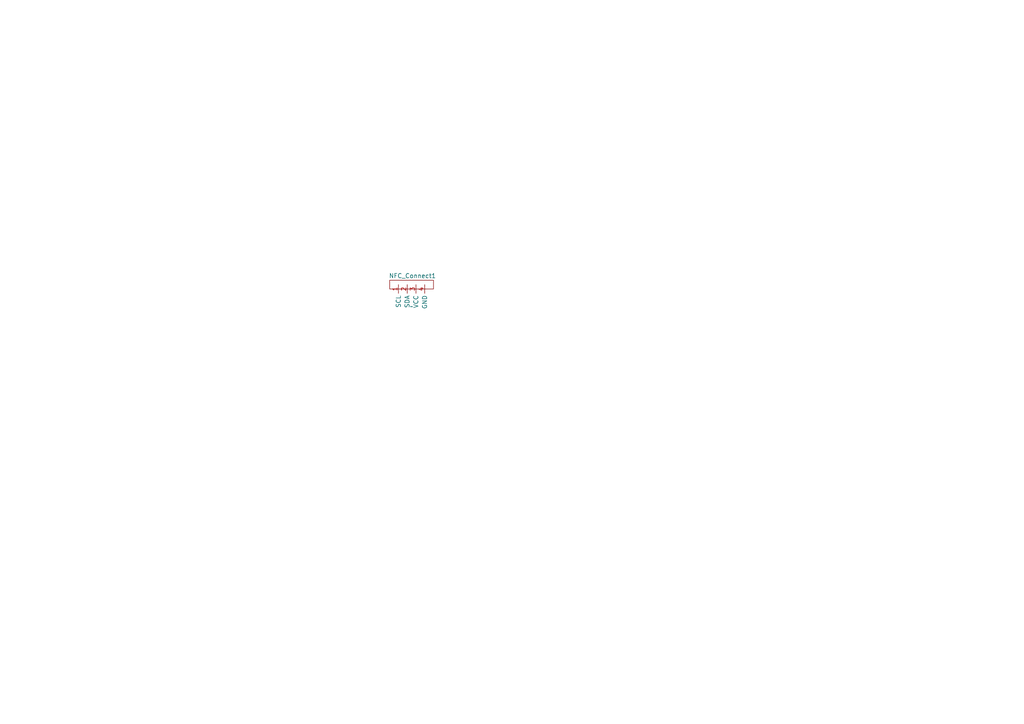
<source format=kicad_sch>
(kicad_sch (version 20231120) (generator "eeschema") (generator_version "8.0")
  (paper "A4")
  (lib_symbols
    (symbol "Custom KiCAD Symbols:NFC_Reader_Connector_(PN532)"
      (property "Reference" "NFC_Connect" (at 0 0 0))
      (symbol "NFC_Reader_Connector_(PN532)_0_1"
        (rectangle (start -6.35 -3.81) (end 6.35 -6.35))
      )
      (symbol "NFC_Reader_Connector_(PN532)_1_1"
        (pin input line (at -3.81 -5.08 270) (length 2.54) (name "SCL") (number "1"))
        (pin input line (at -1.27 -5.08 270) (length 2.54) (name "SDA") (number "2"))
        (pin input line (at 1.27 -5.08 270) (length 2.54) (name "VCC") (number "3"))
        (pin input line (at 3.81 -5.08 270) (length 2.54) (name "GND") (number "4"))
      )
    )
  )
  (symbol (lib_id "Custom KiCAD Symbols:NFC_Reader_Connector_(PN532)") (at 119.38 77.47 0) (unit 1)
    (property "Reference" "NFC_Connect1" (at 119.634 80.01 0))
    (property "Value" "~" (at 119.38 88.9 0))
  )
)
</source>
